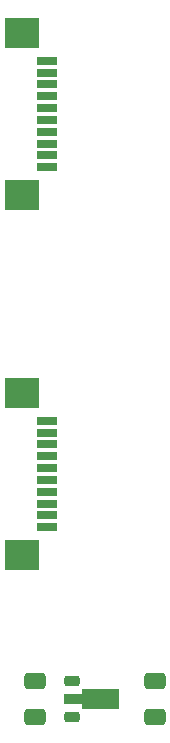
<source format=gbr>
%TF.GenerationSoftware,KiCad,Pcbnew,8.0.3-8.0.3-0~ubuntu22.04.1*%
%TF.CreationDate,2024-10-28T10:55:12+03:00*%
%TF.ProjectId,PM-Debug_v0.0.1,504d2d44-6562-4756-975f-76302e302e31,rev?*%
%TF.SameCoordinates,Original*%
%TF.FileFunction,Paste,Top*%
%TF.FilePolarity,Positive*%
%FSLAX46Y46*%
G04 Gerber Fmt 4.6, Leading zero omitted, Abs format (unit mm)*
G04 Created by KiCad (PCBNEW 8.0.3-8.0.3-0~ubuntu22.04.1) date 2024-10-28 10:55:12*
%MOMM*%
%LPD*%
G01*
G04 APERTURE LIST*
G04 Aperture macros list*
%AMRoundRect*
0 Rectangle with rounded corners*
0 $1 Rounding radius*
0 $2 $3 $4 $5 $6 $7 $8 $9 X,Y pos of 4 corners*
0 Add a 4 corners polygon primitive as box body*
4,1,4,$2,$3,$4,$5,$6,$7,$8,$9,$2,$3,0*
0 Add four circle primitives for the rounded corners*
1,1,$1+$1,$2,$3*
1,1,$1+$1,$4,$5*
1,1,$1+$1,$6,$7*
1,1,$1+$1,$8,$9*
0 Add four rect primitives between the rounded corners*
20,1,$1+$1,$2,$3,$4,$5,0*
20,1,$1+$1,$4,$5,$6,$7,0*
20,1,$1+$1,$6,$7,$8,$9,0*
20,1,$1+$1,$8,$9,$2,$3,0*%
%AMFreePoly0*
4,1,9,3.862500,-0.866500,0.737500,-0.866500,0.737500,-0.450000,-0.737500,-0.450000,-0.737500,0.450000,0.737500,0.450000,0.737500,0.866500,3.862500,0.866500,3.862500,-0.866500,3.862500,-0.866500,$1*%
G04 Aperture macros list end*
%ADD10RoundRect,0.225000X-0.425000X-0.225000X0.425000X-0.225000X0.425000X0.225000X-0.425000X0.225000X0*%
%ADD11FreePoly0,0.000000*%
%ADD12RoundRect,0.250000X0.650000X-0.412500X0.650000X0.412500X-0.650000X0.412500X-0.650000X-0.412500X0*%
%ADD13R,1.803400X0.635000*%
%ADD14R,2.997200X2.590800*%
G04 APERTURE END LIST*
D10*
%TO.C,U1*%
X109810000Y-117880000D03*
D11*
X109897500Y-119380000D03*
D10*
X109810000Y-120880000D03*
%TD*%
D12*
%TO.C,C2*%
X116840000Y-120942500D03*
X116840000Y-117817500D03*
%TD*%
D13*
%TO.C,J1*%
X107696000Y-65350009D03*
X107696000Y-66350007D03*
X107696000Y-67350005D03*
X107696000Y-68350003D03*
X107696000Y-69350001D03*
X107696000Y-70349999D03*
X107696000Y-71349997D03*
X107696000Y-72349995D03*
X107696000Y-73349993D03*
X107696000Y-74349991D03*
D14*
X105525999Y-62999998D03*
X105525999Y-76700002D03*
%TD*%
D12*
%TO.C,C1*%
X106680000Y-120942500D03*
X106680000Y-117817500D03*
%TD*%
D13*
%TO.C,J3*%
X107696000Y-95830009D03*
X107696000Y-96830007D03*
X107696000Y-97830005D03*
X107696000Y-98830003D03*
X107696000Y-99830001D03*
X107696000Y-100829999D03*
X107696000Y-101829997D03*
X107696000Y-102829995D03*
X107696000Y-103829993D03*
X107696000Y-104829991D03*
D14*
X105525999Y-93479998D03*
X105525999Y-107180002D03*
%TD*%
M02*

</source>
